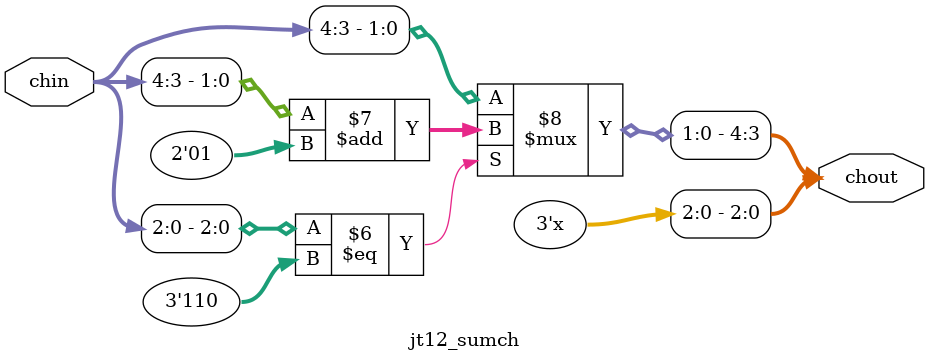
<source format=v>
/*  This file is part of JT12.

    JT12 is free software: you can redistribute it and/or modify
    it under the terms of the GNU General Public License as published by
    the Free Software Foundation, either version 3 of the License, or
    (at your option) any later version.

    JT12 is distributed in the hope that it will be useful,
    but WITHOUT ANY WARRANTY; without even the implied warranty of
    MERCHANTABILITY or FITNESS FOR A PARTICULAR PURPOSE.  See the
    GNU General Public License for more details.

    You should have received a copy of the GNU General Public License
    along with JT12.  If not, see <http://www.gnu.org/licenses/>.

	Author: Jose Tejada Gomez. Twitter: @topapate
	Version: 1.0
	Date: 1-31-2017
	*/

`timescale 1ns / 1ps

module jt12_sumch
(	
	input		[4:0] chin,
   	output reg 	[4:0] chout
);

reg [2:0] aux;

always @(*) begin
	aux <= chin[2:0] + 3'd1;
	chout[2:0] <= aux[1:0]==2'b11 ? aux+3'd1 : aux;
	chout[4:3] <= chin[2:0]==3'd6 ? chin[4:3]+2'd1 : chin[4:3];
end

endmodule

</source>
